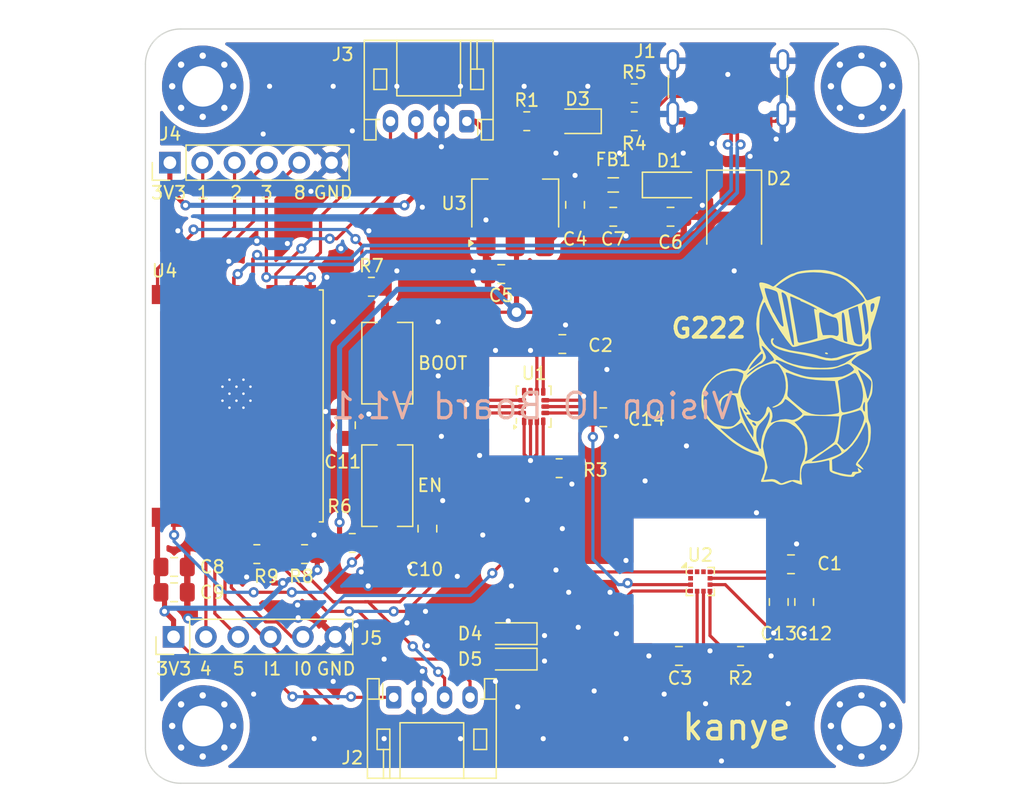
<source format=kicad_pcb>
(kicad_pcb (version 20241229) (generator "pcbnew") (generator_version "9.0")
  (layers (0 "F.Cu" signal) (4 "In1.Cu" signal) (6 "In2.Cu" signal) (2 "B.Cu" signal) (13 "F.Paste" user) (15 "B.Paste" user) (5 "F.SilkS" user "F.Silkscreen") (7 "B.SilkS" user "B.Silkscreen") (1 "F.Mask" user) (3 "B.Mask" user) (25 "Edge.Cuts" user))
  (net 0 "")
  (net 1 "GND")
  (net 2 "+3V3")
  (net 3 "Net-(U2-C1)")
  (net 4 "Net-(D1-K)")
  (net 5 "Net-(D3-A)")
  (net 6 "SCL")
  (net 12 "+5V")
  (net 13 "EN")
  (net 14 "Net-(C11-Pad2)")
  (net 15 "USB_D-")
  (net 16 "Net-(J1-CC2)")
  (net 17 "Net-(J1-CC1)")
  (net 18 "USB_D+")
  (net 21 "RX0")
  (net 22 "TX0")
  (net 23 "IO2")
  (net 24 "IO1")
  (net 25 "IO3")
  (net 26 "IO4")
  (net 27 "IO5")
  (net 28 "INT_MAG")
  (net 29 "INT_IMU")
  (net 30 "BOOT")
  (net 31 "Net-(R7-Pad2)")
  (net 32 "IO8")
  (net 33 "SDA")
  (footprint "Resistor_SMD:R_0805_2012Metric_Pad1.20x1.40mm_HandSolder" (layer "F.Cu") (at 127.75 80 180)
    (property "Reference" "R8")
    (property "Value" "2.2kR")
  )
  (footprint "Capacitor_SMD:C_0805_2012Metric_Pad1.18x1.45mm_HandSolder" (layer "F.Cu") (at 149 52.5625 90)
    (property "Reference" "C4")
    (property "Value" "10uF")
  )
  (footprint "Resistor_SMD:R_0805_2012Metric_Pad1.20x1.40mm_HandSolder" (layer "F.Cu") (at 153.65 43.8)
    (property "Reference" "R5")
    (property "Value" "5.1kR")
  )
  (footprint "LED_SMD:LED_0805_2012Metric_Pad1.15x1.40mm_HandSolder" (layer "F.Cu") (at 149.2 46 180)
    (property "Reference" "D3")
    (property "Value" "LED")
  )
  (footprint "Connector_JST:JST_PH_S4B-PH-K_1x04_P2.00mm_Horizontal" (layer "F.Cu") (at 140.5 46 180)
    (property "Reference" "J3")
    (property "Value" "JST_PH2.0_01x04")
  )
  (footprint "Capacitor_SMD:C_0805_2012Metric_Pad1.18x1.45mm_HandSolder" (layer "F.Cu") (at 131 69.875 -90)
    (property "Reference" "C11")
    (property "Value" "100nF")
  )
  (footprint "Capacitor_SMD:C_0805_2012Metric_Pad1.18x1.45mm_HandSolder" (layer "F.Cu") (at 151.2125 69.25 180)
    (property "Reference" "C14")
    (property "Value" "100nF")
  )
  (footprint "Resistor_SMD:R_0805_2012Metric_Pad1.20x1.40mm_HandSolder" (layer "F.Cu") (at 131.5 79.125)
    (property "Reference" "R6")
    (property "Value" "10kR")
  )
  (footprint "Package_TO_SOT_SMD:SOT-223-3_TabPin2" (layer "F.Cu") (at 144.3 52.45 90)
    (property "Reference" "U3")
    (property "Value" "AMS1117-3.3")
  )
  (footprint "Graphics:Sunglasses_Squirtle" (layer "F.Cu") (at 166.5 66)
    (property "Reference" "G222")
    (property "Value" "LOGO" (hide yes))
  )
  (footprint "Package_LGA:LGA-14_3x2.5mm_P0.5mm_LayoutBorder3x4y" (layer "F.Cu") (at 145.75 68.4125 90)
    (property "Reference" "U1")
    (property "Value" "LSM6DSL")
  )
  (footprint "Resistor_SMD:R_0805_2012Metric_Pad1.20x1.40mm_HandSolder" (layer "F.Cu") (at 145.205 45.995)
    (property "Reference" "R1")
    (property "Value" "270R")
  )
  (footprint "Button_Switch_SMD:SW_Tactile_SPST_NO_Straight_CK_PTS636Sx25SMTRLFS" (layer "F.Cu") (at 134.25 74.625 -90)
    (property "Reference" "EN")
    (property "Value" "SW_Push")
  )
  (footprint "Capacitor_SMD:C_0805_2012Metric_Pad1.18x1.45mm_HandSolder" (layer "F.Cu") (at 167 83.7625 90)
    (property "Reference" "C12")
    (property "Value" "10uF")
  )
  (footprint "Capacitor_SMD:C_0805_2012Metric_Pad1.18x1.45mm_HandSolder" (layer "F.Cu") (at 152 53.5 180)
    (property "Reference" "C7")
    (property "Value" "100nF")
  )
  (footprint "MountingHole:MountingHole_3.2mm_M3_Pad_Via" (layer "F.Cu") (at 119.75 43.25)
    (property "Reference" "REF**" (hide yes))
    (property "Value" "MountingHole_3.2mm_M3_Pad_Via")
  )
  (footprint "Button_Switch_SMD:SW_Tactile_SPST_NO_Straight_CK_PTS636Sx25SMTRLFS" (layer "F.Cu") (at 134.25 65 90)
    (property "Reference" "BOOT")
    (property "Value" "SW_Push")
  )
  (footprint "MountingHole:MountingHole_3.2mm_M3_Pad_Via" (layer "F.Cu") (at 119.75 93.5)
    (property "Reference" "REF**" (hide yes))
    (property "Value" "MountingHole_3.2mm_M3_Pad_Via")
  )
  (footprint "Resistor_SMD:R_0805_2012Metric_Pad1.20x1.40mm_HandSolder" (layer "F.Cu") (at 133 59)
    (property "Reference" "R7")
    (property "Value" "100R")
  )
  (footprint "Capacitor_SMD:C_0805_2012Metric_Pad1.18x1.45mm_HandSolder" (layer "F.Cu") (at 165 83.7625 90)
    (property "Reference" "C13")
    (property "Value" "100nF")
  )
  (footprint "Capacitor_SMD:C_0805_2012Metric_Pad1.18x1.45mm_HandSolder" (layer "F.Cu") (at 137.4 78 90)
    (property "Reference" "C10")
    (property "Value" "1uF")
  )
  (footprint "Connector_PinHeader_2.54mm:PinHeader_1x06_P2.54mm_Vertical" (layer "F.Cu") (at 117.46 86.5 90)
    (property "Reference" "J5")
    (property "Value" "GPIO1")
  )
  (footprint "Package_LGA:LGA-12_2x2mm_P0.5mm" (layer "F.Cu") (at 158.8375 82.15)
    (property "Reference" "U2")
    (property "Value" "LIS2MDL")
  )
  (footprint "Diode_SMD:D_SOD-123F" (layer "F.Cu") (at 156.5 51)
    (property "Reference" "D1")
    (property "Value" "D_Schottky")
  )
  (footprint "Resistor_SMD:R_0805_2012Metric_Pad1.20x1.40mm_HandSolder" (layer "F.Cu") (at 153.65 46)
    (property "Reference" "R4")
    (property "Value" "5.1kR")
  )
  (footprint "Capacitor_SMD:C_0805_2012Metric_Pad1.18x1.45mm_HandSolder" (layer "F.Cu") (at 117.5 83 180)
    (property "Reference" "C9")
    (property "Value" "22uF")
  )
  (footprint "Diode_SMD:D_SOD-323_HandSoldering" (layer "F.Cu") (at 144 88.25 180)
    (property "Reference" "D5")
    (property "Value" "D_TVS")
  )
  (footprint "Capacitor_SMD:C_0805_2012Metric_Pad1.18x1.45mm_HandSolder" (layer "F.Cu") (at 143.2 58 180)
    (property "Reference" "C5")
    (property "Value" "22uF")
  )
  (footprint "RF_Module:ESP32-C3-WROOM-02" (layer "F.Cu") (at 122.2 68.36 90)
    (property "Reference" "U4")
    (property "Value" "ESP32-C3-WROOM-02")
  )
  (footprint "Diode_SMD:D_SMB" (layer "F.Cu") (at 161.5 53.5 -90)
    (property "Reference" "D2")
    (property "Value" "D_TVS")
  )
  (footprint "Connector_JST:JST_PH_S4B-PH-K_1x04_P2.00mm_Horizontal" (layer "F.Cu") (at 134.75 91.25)
    (property "Reference" "J2")
    (property "Value" "JST_PH2.0_01x04")
  )
  (footprint "Inductor_SMD:L_0805_2012Metric_Pad1.05x1.20mm_HandSolder" (layer "F.Cu") (at 152 51 180)
    (property "Reference" "FB1")
    (property "Value" "FerriteBead_Small")
  )
  (footprint "Capacitor_SMD:C_0805_2012Metric_Pad1.18x1.45mm_HandSolder" (layer "F.Cu") (at 156.5 53.5)
    (property "Reference" "C6")
    (property "Value" "100nF")
  )
  (footprint "Capacitor_SMD:C_0805_2012Metric_Pad1.18x1.45mm_HandSolder" (layer "F.Cu") (at 117.5 81.01 180)
    (property "Reference" "C8")
    (property "Value" "100nF")
  )
  (footprint "Resistor_SMD:R_0805_2012Metric_Pad1.20x1.40mm_HandSolder" (layer "F.Cu") (at 124 80)
    (property "Reference" "R9")
    (property "Value" "2.2kR")
  )
  (footprint "Capacitor_SMD:C_0805_2012Metric_Pad1.18x1.45mm_HandSolder" (layer "F.Cu") (at 165.9625 80.8)
    (property "Reference" "C1")
    (property "Value" "100nF")
  )
  (footprint "Connector_PinHeader_2.54mm:PinHeader_1x06_P2.54mm_Vertical" (layer "F.Cu") (at 117.17 49.25 90)
    (property "Reference" "J4")
    (property "Value" "GPIO0")
  )
  (footprint "Capacitor_SMD:C_0805_2012Metric_Pad1.18x1.45mm_HandSolder" (layer "F.Cu") (at 157.1625 88)
    (property "Reference" "C3")
    (property "Value" "220nF")
  )
  (footprint "Capacitor_SMD:C_0805_2012Metric_Pad1.18x1.45mm_HandSolder" (layer "F.Cu") (at 148 63.5 180)
    (property "Reference" "C2")
    (property "Value" "100nF")
  )
  (footprint "Resistor_SMD:R_0805_2012Metric_Pad1.20x1.40mm_HandSolder" (layer "F.Cu") (at 162 88)
    (property "Reference" "R2")
    (property "Value" "10kR")
  )
  (footprint "Resistor_SMD:R_0805_2012Metric_Pad1.20x1.40mm_HandSolder" (layer "F.Cu") (at 147.75 73.25)
    (property "Reference" "R3")
    (property "Value" "10kR")
  )
  (footprint "MountingHole:MountingHole_3.2mm_M3_Pad_Via" (layer "F.Cu") (at 171.5 43.25)
    (property "Reference" "REF**" (hide yes))
    (property "Value" "MountingHole_3.2mm_M3_Pad_Via")
  )
  (footprint "Diode_SMD:D_SOD-323_HandSoldering" (layer "F.Cu") (at 144 86.25 180)
    (property "Reference" "D4")
    (property "Value" "D_TVS")
  )
  (footprint "MountingHole:MountingHole_3.2mm_M3_Pad_Via" (layer "F.Cu") (at 171.5 93.5)
    (property "Reference" "REF**" (hide yes))
    (property "Value" "MountingHole_3.2mm_M3_Pad_Via")
  )
  (footprint "Connector_USB:USB_C_Receptacle_GCT_USB4105-xx-A_16P_TopMnt_Horizontal" (layer "F.Cu") (at 161 42.32 180)
    (property "Reference" "J1")
    (property "Value" "USB_C_Receptacle_USB2.0_16P")
  )
  (gr_arc (start 173.25 38.75) (mid 175.194544 39.555456) (end 176 41.5) (stroke (width 0.1)) (layer "Edge.Cuts"))
  (gr_arc (start 176 95.25) (mid 175.194544 97.194544) (end 173.25 98) (stroke (width 0.1)) (layer "Edge.Cuts"))
  (gr_line (start 118 38.75) (end 173.25 38.75) (stroke (width 0.1)) (layer "Edge.Cuts"))
  (gr_line (start 115.25 95.25) (end 115.25 41.5) (stroke (width 0.1)) (layer "Edge.Cuts"))
  (gr_arc (start 115.25 41.5) (mid 116.055456 39.555456) (end 118 38.75) (stroke (width 0.1)) (layer "Edge.Cuts"))
  (gr_line (start 173.25 98) (end 118 98) (stroke (width 0.1)) (layer "Edge.Cuts"))
  (gr_line (start 176 41.5) (end 176 95.25) (stroke (width 0.1)) (layer "Edge.Cuts"))
  (gr_arc (start 118 98) (mid 116.055456 97.194544) (end 115.25 95.25) (stroke (width 0.1)) (layer "Edge.Cuts"))
  (gr_text "1" (at 119.2 52.2 0) (layer "F.SilkS") (effects (font (size 1 1)) (justify left bottom)))
  (gr_text "3V3" (at 115.6 52.2 0) (layer "F.SilkS") (effects (font (size 1 1)) (justify left bottom)))
  (gr_text "5" (at 122 89.6 0) (layer "F.SilkS") (effects (font (size 1 1)) (justify left bottom)))
  (gr_text "I1" (at 124.4 89.6 0) (layer "F.SilkS") (effects (font (size 1 1)) (justify left bottom)))
  (gr_text "8" (at 126.8 52.2 0) (layer "F.SilkS") (effects (font (size 1 1)) (justify left bottom)))
  (gr_text "GND" (at 130 52.2 0) (layer "F.SilkS") (effects (font (size 1 1)) (justify bottom)))
  (gr_text "I0" (at 126.8 89.6 0) (layer "F.SilkS") (effects (font (size 1 1)) (justify left bottom)))
  (gr_text "3V3" (at 116 89.6 0) (layer "F.SilkS") (effects (font (size 1 1)) (justify left bottom)))
  (gr_text "kanye" (at 157.25 94.75 0) (layer "F.SilkS") (effects (font (size 2 2) (thickness 0.3)) (justify left bottom)))
  (gr_text "2" (at 121.8 52.2 0) (layer "F.SilkS") (effects (font (size 1 1)) (justify left bottom)))
  (gr_text "4\n" (at 119.4 89.6 0) (layer "F.SilkS") (effects (font (size 1 1)) (justify left bottom)))
  (gr_text "3" (at 124.2 52.2 0) (layer "F.SilkS") (effects (font (size 1 1)) (justify left bottom)))
  (gr_text "GND" (at 128.6 89.6 0) (layer "F.SilkS") (effects (font (size 1 1)) (justify left bottom)))
  (gr_text "Vision IO Board V1.1" (at 145.625 68.375 0) (layer "B.SilkS") (effects (font (size 2 2) (thickness 0.25)) (justify mirror)))
  (segment (start 131 68.8375) (end 132.6375 68.8375) (width 0.25) (layer "F.Cu") (net 1))
  (segment (start 149.0375 63.5) (end 149.0375 62.7875) (width 0.25) (layer "F.Cu") (net 1))
  (segment (start 167 79.8) (end 166.4 79.2) (width 0.25) (layer "F.Cu") (net 1))
  (segment (start 149.378486 68.4125) (end 149.676 68.114986) (width 0.25) (layer "F.Cu") (net 1))
  (segment (start 163 88) (end 164.4 88) (width 0.25) (layer "F.Cu") (net 1))
  (segment (start 157.255 46) (end 156.68 45.425) (width 0.25) (layer "F.Cu") (net 1))
  (segment (start 146.45 88.25) (end 146.6 88.4) (width 0.25) (layer "F.Cu") (net 1))
  (segment (start 157.8 46) (end 157.255 46) (width 0.25) (layer "F.Cu") (net 1))
  (segment (start 146.45 86.25) (end 146.6 86.4) (width 0.25) (layer "F.Cu") (net 1))
  (segment (start 167 80.8) (end 167 79.8) (width 0.25) (layer "F.Cu") (net 1))
  (segment (start 145.25 88.25) (end 146.45 88.25) (width 0.25) (layer "F.Cu") (net 1))
  (segment (start 146.6625 68.4125) (end 149.378486 68.4125) (width 0.25) (layer "F.Cu") (net 1))
  (segment (start 159.6 82.4) (end 160.8 82.4) (width 0.25) (layer "F.Cu") (net 1))
  (segment (start 164.2 46) (end 164.2 46.8) (width 0.25) (layer "F.Cu") (net 1))
  (segment (start 145.25 86.25) (end 146.45 86.25) (width 0.25) (layer "F.Cu") (net 1))
  (segment (start 146 72.15) (end 145.5 72.65) (width 0.25) (layer "F.Cu") (net 1))
  (segment (start 149.5885 67.9125) (end 146.6625 67.9125) (width 0.25) (layer "F.Cu") (net 1))
  (segment (start 164.2 46) (end 164.745 46) (width 0.25) (layer "F.Cu") (net 1))
  (segment (start 160.8 82.4) (end 164.6 86.2) (width 0.25) (layer "F.Cu") (net 1))
  (segment (start 128.2 78.2) (end 128.5 78.5) (width 0.25) (layer "F.Cu") (net 1))
  (segment (start 146 69.575) (end 146 72.15) (width 0.25) (layer "F.Cu") (net 1))
  (segment (start 149.676 68.114986) (end 149.676 67.6) (width 0.25) (layer "F.Cu") (net 1))
  (segment (start 156.125 88) (end 154.8 88) (width 0.25) (layer "F.Cu") (net 1))
  (segment (start 134.25 68.875) (end 132.925 68.875) (width 0.25) (layer "F.Cu") (net 1))
  (segment (start 132.6375 68.8375) (end 132.8 69) (width 0.25) (layer "F.Cu") (net 1))
  (segment (start 118.5375 83) (end 118.5375 84.9875) (width 0.25) (layer "F.Cu") (net 1))
  (segment (start 149.0375 62.7875) (end 148.25 62) (width 0.25) (layer "F.Cu") (net 1))
  (segment (start 149.676 67.6) (end 149.676 67.825) (width 0.25) (layer "F.Cu") (net 1))
  (segment (start 164.2 46.8) (end 164.8 47.4) (width 0.25) (layer "F.Cu") (net 1))
  (segment (start 159.0875 87.0875) (end 159.6 87.6) (width 0.25) (layer "F.Cu") (net 1))
  (segment (start 128.2 77.11) (end 128.2 78.2) (width 0.25) (layer "F.Cu") (net 1))
  (segment (start 132.925 68.875) (end 132.8 69) (width 0.25) (layer "F.Cu") (net 1))
  (segment (start 145.5 72.65) (end 145.5 69.575) (width 0.25) (layer "F.Cu") (net 1))
  (segment (start 164.745 46) (end 165.32 45.425) (width 0.25) (layer "F.Cu") (net 1))
  (segment (start 145 69.575) (end 145 72.15) (width 0.25) (layer "F.Cu") (net 1))
  (segment (start 145 72.15) (end 145.5 72.65) (width 0.25) (layer "F.Cu") (net 1))
  (segment (start 146 67.25) (end 146 64.5) (width 0.25) (layer "F.Cu") (net 1))
  (segment (start 149.676 67.825) (end 149.5885 67.9125) (width 0.25) (layer "F.Cu") (net 1))
  (segment (start 159.0875 82.9125) (end 159.0875 87.0875) (width 0.25) (layer "F.Cu") (net 1))
  (segment (start 146 64.5) (end 145.5 64) (width 0.25) (layer "F.Cu") (net 1))
  (segment (start 118.5375 84.9875) (end 118.6 85.05) (width 0.25) (layer "F.Cu") (net 1))
  (via (at 138.6 75.8) (size 0.8) (drill 0.4) (layers "F.Cu" "B.Cu") (net 1))
  (via (at 121.8 57) (size 0.8) (drill 0.4) (layers "F.Cu" "B.Cu") (net 1))
  (via (at 159.25 91.75) (size 0.8) (drill 0.4) (layers "F.Cu" "B.Cu") (net 1))
  (via (at 150 43.25) (size 0.8) (drill 0.4) (layers "F.Cu" "B.Cu") (net 1))
  (via (at 160.5 96.25) (size 0.8) (drill 0.4) (layers "F.Cu" "B.Cu") (net 1))
  (via (at 163.25 76.75) (size 0.8) (drill 0.4) (layers "F.Cu" "B.Cu") (net 1))
  (via (at 149.25 85.75) (size 0.8) (drill 0.4) (layers "F.Cu" "B.Cu") (net 1))
  (via (at 157.5 48.5) (size 0.8) (drill 0.4) (layers "F.Cu" "B.Cu") (net 1))
  (via (at 140.5 68.25) (size 0.8) (drill 0.4) (layers "F.Cu" "B.Cu") (net 1))
  (via (at 128.5 94.5) (size 0.8) (drill 0.4) (layers "F.Cu" "B.Cu") (net 1))
  (via (at 124 55.4) (size 0.8) (drill 0.4) (layers "F.Cu" "B.Cu") (net 1))
  (via (at 146.5 94.5) (size 0.8) (drill 0.4) (layers "F.Cu" "B.Cu") (net 1))
  (via (at 138.25 66) (size 0.8) (drill 0.4) (layers "F.Cu" "B.Cu") (net 1))
  (via (at 144.5 92) (size 0.8) (drill 0.4) (layers "F.Cu" "B.Cu") (net 1))
  (via (at 164.8 47.4) (size 0.8) (drill 0.4) (layers "F.Cu" "B.Cu") (net 1))
  (via (at 130.6 56) (size 0.8) (drill 0.4) (layers "F.Cu" "B.Cu") (net 1))
  (via (at 148.25 62) (size 0.8) (drill 0.4) (layers "F.Cu" "B.Cu") (net 1))
  (via (at 129.5 58.25) (size 0.8) (drill 0.4) (layers "F.Cu" "B.Cu") (net 1))
  (via (at 135 43.25) (size 0.8) (drill 0.4) (layers "F.Cu" "B.Cu") (net 1))
  (via (at 152.25 86.25) (size 0.8) (drill 0.4) (layers "F.Cu" "B.Cu") (net 1))
  (via (at 147.5 81.25) (size 0.8) (drill 0.4) (layers "F.Cu" "B.Cu") (net 1))
  (via (at 138.25 61.75) (size 0.8) (drill 0.4) (layers "F.Cu" "B.Cu") (net 1))
  (via (at 147.5 48.5) (size 0.8) (drill 0.4) (layers "F.Cu" "B.Cu") (net 1))
  (via (at 125 43.25) (size 0.8) (drill 0.4) (layers "F.Cu" "B.Cu") (net 1))
  (via (at 123.75 91) (size 0.8) (drill 0.4) (layers "F.Cu" "B.Cu") (net 1))
  (via (at 128.25 51.5) (size 0.8) (drill 0.4) (layers "F.Cu" "B.Cu") (net 1))
  (via (at 149 50.25) (size 0.8) (drill 0.4) (layers "F.Cu" "B.Cu") (net 1))
  (via (at 127.25 85) (size 0.8) (drill 0.4) (layers "F.Cu" "B.Cu") (net 1))
  (via (at 140 94.5) (size 0.8) (drill 0.4) (layers "F.Cu" "B.Cu") (net 1))
  (via (at 132.8 69) (size 0.8) (drill 0.4) (layers "F.Cu" "B.Cu") (net 1))
  (via (at 153 94.5) (size 0.8) (drill 0.4) (layers "F.Cu" "B.Cu") (net 1))
  (via (at 146.6 86.4) (size 0.8) (drill 0.4) (layers "F.Cu" "B.Cu") (net 1))
  (via (at 117.8 54.6) (size 0.8) (drill 0.4) (layers "F.Cu" "B.Cu") (net 1))
  (via (at 130 61.75) (size 0.8) (drill 0.4) (layers "F.Cu" "B.Cu") (net 1))
  (via (at 152.5 48.5) (size 0.8) (drill 0.4) (layers "F.Cu" "B.Cu") (net 1))
  (via (at 141.75 78.5) (size 0.8) (drill 0.4) (layers "F.Cu" "B.Cu") (net 1))
  (via (at 118.6 85.05) (size 0.8) (drill 0.4) (layers "F.Cu" "B.Cu") (net 1))
  (via (at 154.8 88) (size 0.8) (drill 0.4) (layers "F.Cu" "B.Cu") (net 1))
  (via (at 142.75 64) (size 0.8) (drill 0.4) (layers "F.Cu" "B.Cu") (net 1))
  (via (at 145.5 72.65) (size 0.8) (drill 0.4) (layers "F.Cu" "B.Cu") (net 1))
  (via (at 159.6 87.6) (size 0.8) (drill 0.4) (layers "F.Cu" "B.Cu") (net 1))
  (via (at 151.5 65.5) (size 0.8) (drill 0.4) (layers "F.Cu" "B.Cu") (net 1))
  (via (at 142.75 90) (size 0.8) (drill 0.4) (layers "F.Cu" "B.Cu") (net 1))
  (via (at 144 82.5) (size 0.8) (drill 0.4) (layers "F.Cu" "B.Cu") (net 1))
  (via (at 132.75 82.5) (size 0.8) (drill 0.4) (layers "F.Cu" "B.Cu") (net 1))
  (via (at 159.75 47.75) (size 0.8) (drill 0.4) (layers "F.Cu" "B.Cu") (net 1))
  (via (at 152.25 70.75) (size 0.8) (drill 0.4) (layers "F.Cu" "B.Cu") (net 1))
  (via (at 164.6 86.2) (size 0.8) (drill 0.4) (layers "F.Cu" "B.Cu") (net 1))
  (via (at 146.6 88.4) (size 0.8) (drill 0.4) (layers "F.Cu" "B.Cu") (net 1))
  (via (at 136 81) (size 0.8) (drill 0.4) (layers "F.Cu" "B.Cu") (net 1))
  (via (at 148.75 74.5) (size 0.8) (drill 0.4) (layers "F.Cu" "B.Cu") (net 1))
  (via (at 138.5 70.75) (size 0.8) (drill 0.4) (layers "F.Cu" "B.Cu") (net 1))
  (via (at 126.4 55.6) (size 0.8) (drill 0.4) (layers "F.Cu" "B.Cu") (net 1))
  (via (at 148 78) (size 0.8) (drill 0.4) (layers "F.Cu" "B.Cu") (net 1))
  (via (at 127.2 84) (size 0.8) (drill 0.4) (layers "F.Cu" "B.Cu") (net 1))
  (via (at 140 43.25) (size 0.8) (drill 0.4) (layers "F.Cu" "B.Cu") (net 1))
  (via (at 165.75 91.75) (size 0.8) (drill 0.4) (layers "F.Cu" "B.Cu") (net 1))
  (via (at 137.4 87.2) (size 0.8) (drill 0.4) (layers "F.Cu" "B.Cu") (net 1))
  (via (at 128.5 78.5) (size 0.8) (drill 0.4) (layers "F.Cu" "B.Cu") (net 1))
  (via (at 132.8 54.6) (size 0.8) (drill 0.4) (layers "F.Cu" "B.Cu") (net 1))
  (via (at 145.25 75.75) (size 0.8) (drill 0.4) (layers "F.Cu" "B.Cu") (net 1))
  (via (at 131.5 46.75) (size 0.8) (drill 0.4) (layers "F.Cu" "B.Cu") (net 1))
  (via (at 150.5 90.75) (size 0.8) (drill 0.4) (layers "F.Cu" "B.Cu") (net 1))
  (via (at 141 57.75) (size 0.8) (drill 0.4) (layers "F.Cu" "B.Cu") (net 1))
  (via (at 153 80.5) (size 0.8) (drill 0.4) (layers "F.Cu" "B.Cu") (net 1))
  (via (at 142 53.75) (size 0.8) (drill 0.4) (layers "F.Cu" "B.Cu") (net 1))
  (via (at 137 89.2) (size 0.8) (drill 0.4) (layers "F.Cu" "B.Cu") (net 1))
  (via (at 162.75 48.75) (size 0.8) (drill 0.4) (layers "F.Cu" "B.Cu") (net 1))
  (via (at 157.75 71.5) (size 0.8) (drill 0.4) (layers "F.Cu" "B.Cu") (net 1))
  (via (at 164.4 88) (size 0.8) (drill 0.4) (layers "F.Cu" "B.Cu") (net 1))
  (via (at 166.4 79.2) (size 0.8) (drill 0.4) (layers "F.Cu" "B.Cu") (net 1))
  (via (at 137 52.75) (size 0.8) (drill 0.4) (layers "F.Cu" "B.Cu") (net 1))
  (via (at 161 42.32) (size 0.8) (drill 0.4) (layers "F.Cu" "B.Cu") (net 1))
  (via (at 154.5 74.25) (size 0.8) (drill 0.4) (layers "F.Cu" "B.Cu") (net 1))
  (via (at 153 55) (size 0.8) (drill 0.4) (layers "F.Cu" "B.Cu") (net 1))
  (via (at 161.5 57.75) (size 0.8) (drill 0.4) (layers "F.Cu" "B.Cu") (net 1))
  (via (at 149.676 67.6) (size 0.8) (drill 0.4) (layers "F.Cu" "B.Cu") (net 1))
  (via (at 134 88.25) (size 0.8) (drill 0.4) (layers "F.Cu" "B.Cu") (net 1))
  (via (at 123.2 81.8) (size 0.8) (drill 0.4) (layers "F.Cu" "B.Cu") (net 1))
  (via (at 124.5 47) (size 0.8) (drill 0.4) (layers "F.Cu" "B.Cu") (net 1))
  (via (at 156 91) (size 0.8) (drill 0.4) (layers "F.Cu" "B.Cu") (net 1))
  (via (at 141.5 72.25) (size 0.8) (drill 0.4) (layers "F.Cu" "B.Cu") (net 1))
  (via (at 131.8 85.6) (size 0.8) (drill 0.4) (layers "F.Cu" "B.Cu") (net 1))
  (via (at 148.5 83) (size 0.8) (drill 0.4) (layers "F.Cu" "B.Cu") (net 1))
  (via (at 130 90) (size 0.8) (drill 0.4) (layers "F.Cu" "B.Cu") (net 1))
  (via (at 129.4 68.8) (size 0.8) (drill 0.4) (layers "F.Cu" "B.Cu") (net 1))
  (via (at 135.8 85.4) (size 0.8) (drill 0.4) (layers "F.Cu" "B.Cu") (net 1))
  (via (at 145 43.25) (size 0.8) (drill 0.4) (layers "F.Cu" "B.Cu") (net 1))
  (via (at 135 57.75) (size 0.8) (drill 0.4) (layers "F.Cu" "B.Cu") (net 1))
  (via (at 134 94.5) (size 0.8) (drill 0.4) (layers "F.Cu" "B.Cu") (net 1))
  (via (at 138.5 48) (size 0.8) (drill 0.4) (layers "F.Cu" "B.Cu") (net 1))
  (via (at 159 52.6) (size 0.8) (drill 0.4) (layers "F.Cu" "B.Cu") (net 1))
  (via (at 143.75 85.25) (size 0.8) (drill 0.4) (layers "F.Cu" "B.Cu") (net 1))
  (via (at 151.75 83) (size 0.8) (drill 0.4) (layers "F.Cu" "B.Cu") (net 1))
  (via (at 167 86.25) (size 0.8) (drill 0.4) (layers "F.Cu" "B.Cu") (net 1))
  (via (at 145.5 64) (size 0.8) (drill 0.4) (layers "F.Cu" "B.Cu") (net 1))
  (via (at 137.25 84.5) (size 0.8) (drill 0.4) (layers "F.Cu" "B.Cu") (net 1))
  (via (at 130 43.25) (size 0.8) (drill 0.4) (layers "F.Cu" "B.Cu") (net 1))
  (via (at 139.75 81.75) (size 0.8) (drill 0.4) (layers "F.Cu" "B.Cu") (net 1))
  (via (at 132.2 81.4) (size 0.8) (drill 0.4) (layers "F.Cu" "B.Cu") (net 1))
  (segment (start 168.2 81.525) (end 167 82.725) (width 0.25) (layer "F.Cu") (net 2))
  (segment (start 138.9 49.3) (end 144.3 49.3) (width 0.4) (layer "F.Cu") (net 2))
  (segment (start 150.402 62.802) (end 148.6 61) (width 0.25) (layer "F.Cu") (net 2))
  (segment (start 150.402 69.023) (end 150.402 62.802) (width 0.25) (layer "F.Cu") (net 2))
  (segment (start 144.3 55.6) (end 144.3 49.3) (width 0.25) (layer "F.Cu") (net 2))
  (segment (start 144.5 46.29) (end 144.205 45.995) (width 0.4) (layer "F.Cu") (net 2))
  (segment (start 130.5 77.5) (end 130.5 79.125) (width 0.4) (layer "F.Cu") (net 2))
  (segment (start 129.625 79.125) (end 128.75 80) (width 0.25) (layer "F.Cu") (net 2))
  (segment (start 116.75 83.2875) (end 116.4625 83) (width 0.4) (layer "F.Cu") (net 2))
  (segment (start 144.5 49.35) (end 141.15 46) (width 0.4) (layer "F.Cu") (net 2))
  (segment (start 146.9625 64) (end 146.5 64.4625) (width 0.25) (layer "F.Cu") (net 2))
  (segment (start 134.75 91.25) (end 131.45 91.25) (width 0.25) (layer "F.Cu") (net 2))
  (segment (start 142.8 61) (end 141 62.8) (width 0.25) (layer "F.Cu") (net 2))
  (segment (start 126.8 91.2) (end 125 89.4) (width 0.25) (layer "F.Cu") (net 2))
  (segment (start 148.6 61) (end 164.925 77.325) (width 0.25) (layer "F.Cu") (net 2))
  (segment (start 128.75 81.25) (end 128.75 80) (width 0.4) (layer "F.Cu") (net 2))
  (segment (start 144.4 55.75) (end 144.5 55.65) (width 0.4) (layer "F.Cu") (net 2))
  (segment (start 164.175 81.9) (end 165 82.725) (width 0.25) (layer "F.Cu") (net 2))
  (segment (start 144.4 61) (end 144.4 55.75) (width 0.4) (layer "F.Cu") (net 2))
  (segment (start 159.6 81.4) (end 164.325 81.4) (width 0.25) (layer "F.Cu") (net 2))
  (segment (start 164.925 77.325) (end 164.925 80.8) (width 0.25) (layer "F.Cu") (net 2))
  (segment (start 150.4 70.8) (end 150.4 69.475) (width 0.25) (layer "F.Cu") (net 2))
  (segment (start 158.075 82.4) (end 153.248673 82.4) (width 0.25) (layer "F.Cu") (net 2))
  (segment (start 117.46 86.5) (end 117.46 85.21) (width 0.4) (layer "F.Cu") (net 2))
  (segment (start 168.2 79.8) (end 168.2 81.525) (width 0.25) (layer "F.Cu") (net 2))
  (segment (start 146.3625 61) (end 146.9625 61.6) (width 0.25) (layer "F.Cu") (net 2))
  (segment (start 164.325 81.4) (end 164.925 80.8) (width 0.25) (layer "F.Cu") (net 2))
  (segment (start 144.4 61) (end 146.3625 61) (width 0.25) (layer "F.Cu") (net 2))
  (segment (start 144.4 61) (end 142.8 61) (width 0.25) (layer "F.Cu") (net 2))
  (segment (start 117.17 51.37) (end 118.4 52.6) (width 0.4) (layer "F.Cu") (net 2))
  (segment (start 142.1625 67.9125) (end 144.8375 67.9125) (width 0.25) (layer "F.Cu") (net 2))
  (segment (start 159.6 81.9) (end 164.175 81.9) (width 0.25) (layer "F.Cu") (net 2))
  (segment (start 120.36 89.4) (end 117.46 86.5) (width 0.25) (layer "F.Cu") (net 2))
  (segment (start 117.17 49.25) (end 117.17 51.37) (width 0.4) (layer "F.Cu") (net 2))
  (segment (start 125.275 82.275) (end 123 80) (width 0.4) (layer "F.Cu") (net 2))
  (segment (start 130.5 79.125) (end 129.625 79.125) (width 0.25) (layer "F.Cu") (net 2))
  (segment (start 116.2 77.11) (end 116.2 82.7375) (width 0.4) (layer "F.Cu") (net 2))
  (segment (start 141 66.75) (end 142.1625 67.9125) (width 0.25) (layer "F.Cu") (net 2))
  (segment (start 146.5 64.4625) (end 146.5 67.25) (width 0.25) (layer "F.Cu") (net 2))
  (segment (start 146.9625 61.6) (end 146.9625 64) (width 0.25) (layer "F.Cu") (net 2))
  (segment (start 135.6 52.6) (end 138.9 49.3) (width 0.4) (layer "F.Cu") (net 2))
  (segment (start 153.248673 82.4) (end 153.12699 82.278317) (width 0.25) (layer "F.Cu") (net 2))
  (segment (start 165.725 77.325) (end 168.2 79.8) (width 0.25) (layer "F.Cu") (net 2))
  (segment (start 144.4 61) (end 148.6 61) (width 0.25) (layer "F.Cu") (net 2))
  (segment (start 164.925 77.325) (end 165.725 77.325) (width 0.25) (layer "F.Cu") (net 2))
  (segment (start 117.46 85.21) (end 116.75 84.5) (width 0.4) (layer "F.Cu") (net 2))
  (segment (start 141 62.8) (end 141 66.75) (width 0.25) (layer "F.Cu") (net 2))
  (segment (start 165 82.725) (end 167 82.725) (width 0.25) (layer "F.Cu") (net 2))
  (segment (start 144.5 49.35) (end 144.5 46.29) (width 0.4) (layer "F.Cu") (net 2))
  (segment (start 116.75 84.5) (end 116.75 83.2875) (width 0.4) (layer "F.Cu") (net 2))
  (segment (start 125 89.4) (end 120.36 89.4) (width 0.25) (layer "F.Cu") (net 2))
  (segment (start 149.8375 68.9125) (end 150.175 69.25) (width 0.25) (layer "F.Cu") (net 2))
  (segment (start 116.2 82.7375) (end 116.4625 83) (width 0.4) (layer "F.Cu") (net 2))
  (segment (start 150.175 69.25) (end 150.402 69.023) (width 0.25) (layer "F.Cu") (net 2))
  (segment (start 131.45 91.25) (end 131.4 91.2) (width 0.25) (layer "F.Cu") (net 2))
  (segment (start 146.6625 68.9125) (end 149.8375 68.9125) (width 0.25) (layer "F.Cu") (net 2))
  (segment (start 126.042891 82.275) (end 125.275 82.275) (width 0.4) (layer "F.Cu") (net 2))
  (segment (start 141.15 46) (end 140.5 46) (width 0.4) (layer "F.Cu") (net 2))
  (segment (start 150.4 69.475) (end 150.175 69.25) (width 0.25) (layer "F.Cu") (net 2))
  (via (at 135.6 52.6) (size 0.8) (drill 0.4) (layers "F.Cu" "B.Cu") (net 2))
  (via (at 118.4 52.6) (size 0.8) (drill 0.4) (layers "F.Cu" "B.Cu") (net 2))
  (via (at 153.12699 82.278317) (size 0.8) (drill 0.4) (layers "F.Cu" "B.Cu") (net 2))
  (via (at 126.042891 82.275) (size 0.8) (drill 0.4) (layers "F.Cu" "B.Cu") (net 2))
  (via (at 128.75 81.25) (size 0.8) (drill 0.4) (layers "F.Cu" "B.Cu") (net 2))
  (via (at 116.75 84.5) (size 0.8) (drill 0.4) (layers "F.Cu" "B.Cu") (net 2))
  (via (at 144.4 61) (size 1.5) (drill 0.75) (layers "F.Cu" "B.Cu") (net 2))
  (via (at 150.4 70.8) (size 0.8) (drill 0.4) (layers "F.Cu" "B.Cu") (net 2))
  (via (at 130.5 77.5) (size 0.8) (drill 0.4) (layers "F.Cu" "B.Cu") (net 2))
  (via (at 126.8 91.2) (size 0.8) (drill 0.4) (layers "F.Cu" "B.Cu") (net 2))
  (via (at 131.4 91.2) (size 0.8) (drill 0.4) (layers "F.Cu" "B.Cu") (net 2))
  (segment (start 153.005307 82.4) (end 152.4 82.4) (width 0.25) (layer "B.Cu") (net 2))
  (segment (start 142.6 59.2) (end 135.05 59.2) (width 0.4) (layer "B.Cu") (net 2))
  (segment (start 153.12699 82.278317) (end 153.005307 82.4) (width 0.25) (layer "B.Cu") (net 2))
  (segment (start 124.75 83.75) (end 124.25 84.25) (width 0.4) (layer "B.Cu") (net 2))
  (segment (start 128.75 81) (end 128.75 81.25) (width 0.4) (layer "B.Cu") (net 2))
  (segment (start 128 82) (end 128.75 81.25) (width 0.4) (layer "B.Cu") (net 2))
  (segment (start 126.125 82.375) (end 126.5 82) (width 0.4) (layer "B.Cu") (net 2))
  (segment (start 126.125 82.357109) (end 126.042891 82.275) (width 0.25) (layer "B.Cu") (net 2))
  (segment (start 150.4 80.4) (end 150.4 70.8) (width 0.25) (layer "B.Cu") (net 2))
  (segment (start 116.75 84.25) (end 116.75 84.5) (width 0.4) (layer "B.Cu") (net 2))
  (segment (start 124.25 84.25) (end 116.75 84.25) (width 0.4) (layer "B.Cu") (net 2))
  (segment (start 135.05 59.2) (end 130.5 63.75) (width 0.4) (layer "B.Cu") (net 2))
  (segment (start 130.5 63.75) (end 130.5 77.5) (width 0.4) (layer "B.Cu") (net 2))
  (segment (start 152.4 82.4) (end 150.4 80.4) (width 0.25) (layer "B.Cu") (net 2))
  (segment (start 131.4 91.2) (end 126.8 91.2) (width 0.25) (layer "B.Cu") (net 2))
  (segment (start 118.4 52.6) (end 135.6 52.6) (width 0.4) (layer "B.Cu") (net 2))
  (segment (start 126.125 82.375) (end 126.125 82.357109) (width 0.25) (layer "B.Cu") (net 2))
  (segment (start 144.4 61) (end 142.6 59.2) (width 0.4) (layer "B.Cu") (net 2))
  (segment (start 126.5 82) (end 128 82) (width 0.4) (layer "B.Cu") (net 2))
  (segment (start 124.75 83.75) (end 126.125 82.375) (width 0.4) (layer "B.Cu") (net 2))
  (segment (start 158.5875 82.9125) (end 158.5875 87.85) (width 0.25) (layer "F.Cu") (net 3))
  (segment (start 158.5875 87.85) (end 158.4375 88) (width 0.25) (layer "F.Cu") (net 3))
  (segment (start 155.4625 53.5) (end 155.4625 51.3625) (width 0.4) (layer "F.Cu") (net 4))
  (segment (start 155.4625 51.3625) (end 155.1 51) (width 0.4) (layer "F.Cu") (net 4))
  (segment (start 153.15 51) (end 155.1 51) (width 0.4) (layer "F.Cu") (net 4))
  (segment (start 148.175 46) (end 146.21 46) (width 0.25) (layer "F.Cu") (net 5))
  (segment (start 146.21 46) (end 146.205 45.995) (width 0.25) (layer "F.Cu") (net 5))
  (segment (start 132.75 83.75) (end 132.5 83.75) (width 0.25) (layer "F.Cu") (net 6))
  (segment (start 142.0875 68.4125) (end 139.75 70.75) (width 0.25) (layer "F.Cu") (net 6))
  (segment (start 126.7 77.11) (end 126.7 79.95) (width 0.25) (layer "F.Cu") (net 6))
  (segment (start 126.7 79.95) (end 126.75 80) (width 0.25) (layer "F.Cu") (net 6))
  (segment (start 136.25 87.25) (end 135.25 86.25) (width 0.25) (layer "F.Cu") (net 6))
  (segment (start 138.25 89.25) (end 138.75 89.75) (width 0.25) (layer "F.Cu") (net 6))
  (segment (start 135.25 83.75) (end 132.5 83.75) (width 0.25) (layer "F.Cu") (net 6))
  (segment (start 132.5 83.75) (end 130 83.75) (width 0.25) (layer "F.Cu") (net 6))
  (segment (start 143.928486 86.25) (end 142.75 86.25) (width 0.25) (layer "F.Cu") (net 6))
  (segment (start 139.75 79.25) (end 135.25 83.75) (width 0.25) (layer "F.Cu") (net 6))
  (segment (start 158.075 81.4) (end 148.778486 81.4) (width 0.25) (layer "F.Cu") (net 6))
  (segment (start 139.75 70.75) (end 139.75 79.25) (width 0.25) (layer "F.Cu") (net 6))
  (segment (start 135.25 86.25) (end 132.75 83.75) (width 0.25) (layer "F.Cu") (net 6))
  (segment (start 148.778486 81.4) (end 143.928486 86.25) (width 0.25) (layer "F.Cu") (net 6))
  (segment (start 138.75 89.75) (end 138.75 91.25) (width 0.25) (layer "F.Cu") (net 6))
  (segment (start 144.8375 68.4125) (end 142.0875 68.4125) (width 0.25) (layer "F.Cu") (net 6))
  (segment (start 130 83.75) (end 126.75 80.5) (width 0.25) (layer "F.Cu") (net 6))
  (segment (start 126.75 80.5) (end 126.75 80) (width 0.25) (layer "F.Cu") (net 6))
  (segment (start 142.75 86.25) (end 135.25 86.25) (width 0.25) (layer "F.Cu") (net 6))
  (via (at 136.25 87.25) (size 0.8) (drill 0.4) (layers "F.Cu" "B.Cu") (net 6))
  (via (at 138.25 89.25) (size 0.8) (drill 0.4) (layers "F.Cu" "B.Cu") (net 6))
  (segment (start 136.25 87.25) (end 138.25 89.25) (width 0.25) (layer "B.Cu") (net 6))
  (segment (start 163.4 46) (end 163.5 46.1) (width 0.35) (layer "F.Cu") (net 12))
  (segment (start 163.15 51.35) (end 161.5 51.35) (width 0.25) (layer "F.Cu") (net 12))
  (segment (start 158.6 48.4) (end 160.7 50.5) (width 0.35) (layer "F.Cu") (net 12))
  (segment (start 158.6 46) (end 158.6 48.4) (width 0.35) (layer "F.Cu") (net 12))
  (segment (start 148.95 53.5) (end 146.8 55.65) (width 0.4) (layer "F.Cu") (net 12))
  (segment (start 161.5 51.35) (end 158.25 51.35) (width 0.35) (layer "F.Cu") (net 12))
  (segment (start 164 47.5) (end 164 50.5) (width 0.25) (layer "F.Cu") (net 12))
  (segment (start 162.3 50.5) (end 161.5 50.5) (width 0.35) (layer "F.Cu") (net 12))
  (segment (start 160.7 50.5) (end 161.5 50.5) (width 0.35) (layer "F.Cu") (net 12))
  (segment (start 150.9625 53.5) (end 148.95 53.5) (width 0.4) (layer "F.Cu") (net 12))
  (segment (start 163.4 46.9) (end 164 47.5) (width 0.25) (layer "F.Cu") (net 12))
  (segment (start 163.4 46) (end 163.4 46.9) (width 0.25) (layer "F.Cu") (net 12))
  (segment (start 150.85 51) (end 150.85 53.3875) (width 0.4) (layer "F.Cu") (net 12))
  (segment (start 161.5 50.5) (end 161.5 51.35) (width 0.35) (layer "F.Cu") (net 12))
  (segment (start 152.35 49.5) (end 156.4 49.5) (width 0.4) (layer "F.Cu") (net 12))
  (segment (start 158.25 51.35) (end 157.9 51) (width 0.35) (layer "F.Cu") (net 12))
  (segment (start 156.4 49.5) (end 157.9 51) (width 0.4) (layer "F.Cu") (net 12))
  (segment (start 150.85 51) (end 152.35 49.5) (width 0.4) (layer "F.Cu") (net 12))
  (segment (start 164 50.5) (end 163.15 51.35) (width 0.25) (layer "F.Cu") (net 12))
  (segment (start 150.85 53.3875) (end 150.9625 53.5) (width 0.4) (layer "F.Cu") (net 12))
  (segment (start 135.3375 78.5) (end 135.875 79.0375) (width 0.25) (layer "F.Cu") (net 13))
  (segment (start 117.5 78.5) (end 117.5 77.31) (width 0.25) (layer "F.Cu") (net 13))
  (segment (start 135.875 79.0375) (end 137.4 79.0375) (width 0.25) (layer "F.Cu") (net 13))
  (segment (start 126.75 83) (end 123.75 83) (width 0.25) (layer "F.Cu") (net 13))
  (segment (start 117.5 77.31) (end 117.7 77.11) (width 0.25) (layer "F.Cu") (net 13))
  (segment (start 134.25 78.5) (end 135.3375 78.5) (width 0.25) (layer "F.Cu") (net 13))
  (segment (start 131.475 80.65) (end 133.625 78.5) (width 0.25) (layer "F.Cu") (net 13))
  (segment (start 133.625 78.5) (end 134.25 78.5) (width 0.25) (layer "F.Cu") (net 13))
  (via (at 131.475 80.65) (size 0.8) (drill 0.4) (layers "F.Cu" "B.Cu") (net 13))
  (via (at 126.75 83) (size 0.8) (drill 0.4) (layers "F.Cu" "B.Cu") (net 13))
  (via (at 123.75 83) (size 0.8) (drill 0.4) (layers "F.Cu" "B.Cu") (net 13))
  (via (at 117.5 78.5) (size 0.8) (drill 0.4) (layers "F.Cu" "B.Cu") (net 13))
  (segment (start 121.5 83) (end 123.75 83) (width 0.25) (layer "B.Cu") (net 13))
  (segment (start 117.5 79) (end 121.5 83) (width 0.25) (layer "B.Cu") (net 13))
  (segment (start 131.475 80.65) (end 129.125 83) (width 0.25) (layer "B.Cu") (net 13))
  (segment (start 117.5 78.5) (end 117.5 79) (width 0.25) (layer "B.Cu") (net 13))
  (segment (start 129.125 83) (end 126.75 83) (width 0.25) (layer "B.Cu") (net 13))
  (segment (start 134.25 70.75) (end 131.1625 70.75) (width 0.25) (layer "F.Cu") (net 14))
  (segment (start 131.1625 70.75) (end 131 70.9125) (width 0.25) (layer "F.Cu") (net 14))
  (segment (start 161.50022 45.082) (end 161.75 45.33178) (width 0.284) (layer "F.Cu") (net 15))
  (segment (start 122.2 59.61) (end 122.2 58.3) (width 0.284) (layer "F.Cu") (net 15))
  (segment (start 160.75 46) (end 160.75 45.33178) (width 0.284) (layer "F.Cu") (net 15))
  (segment (start 161.75 46) (end 161.75 46.862501) (width 0.284) (layer "F.Cu") (net 15))
  (segment (start 161.75 45.33178) (end 161.75 46) (width 0.284) (layer "F.Cu") (net 15))
  (segment (start 160.99978 45.082) (end 161.50022 45.082) (width 0.284) (layer "F.Cu") (net 15))
  (segment (start 160.75 45.33178) (end 160.99978 45.082) (width 0.284) (layer "F.Cu") (net 15))
  (segment (start 161.75 46.862501) (end 161.742 46.870501) (width 0.284) (layer "F.Cu") (net 15))
  (segment (start 122.2 58.3) (end 122.5 58) (width 0.284) (layer "F.Cu") (net 15))
  (segment (start 161.742 47.567837) (end 162 47.825837) (width 0.284) (layer "F.Cu") (net 15))
  (segment (start 161.742 46.870501) (end 161.742 47.567837) (width 0.284) (layer "F.Cu") (net 15))
  (via (at 122.5 58) (size 0.8) (drill 0.4) (layers "F.Cu" "B.Cu") (net 15))
  (via (at 162 47.825837) (size 0.8) (drill 0.4) (layers "F.Cu" "B.Cu") (net 15))
  (segment (start 132.60024 56.242) (end 131.60024 57.242) (width 0.284) (layer "B.Cu") (net 15))
  (segment (start 131.60024 57.242) (end 124.5 57.242) (width 0.284) (layer "B.Cu") (net 15))
  (segment (start 157.10024 56.242) (end 132.60024 56.242) (width 0.284) (layer "B.Cu") (net 15))
  (segment (start 161.742 51.60024) (end 157.10024 56.242) (width 0.284) (layer "B.Cu") (net 15))
  (segment (start 124.5 57.242) (end 123.258 57.242) (width 0.284) (layer "B.Cu") (net 15))
  (segment (start 161.742 48.083837) (end 161.742 51.60024) (width 0.284) (layer "B.Cu") (net 15))
  (segment (start 162 47.825837) (end 161.742 48.083837) (width 0.284) (layer "B.Cu") (net 15))
  (segment (start 123.258 57.242) (end 122.5 58) (width 0.284) (layer "B.Cu") (net 15))
  (segment (start 158.225364 44.049) (end 156.33786 44.049) (width 0.25) (layer "F.Cu") (net 16))
  (segment (start 159.25 45.073636) (end 158.225364 44.049) (width 0.25) (layer "F.Cu") (net 16))
  (segment (start 154.65 45.73686) (end 154.65 46) (width 0.25) (layer "F.Cu") (net 16))
  (segment (start 159.25 46) (end 159.25 45.073636) (width 0.25) (layer "F.Cu") (net 16))
  (segment (start 156.33786 44.049) (end 154.65 45.73686) (width 0.25) (layer "F.Cu") (net 16))
  (segment (start 162.25 46) (end 162.25 45.169928) (width 0.25) (layer "F.Cu") (net 17))
  (segment (start 162.25 45.169928) (end 160.678072 43.598) (width 0.25) (layer "F.Cu") (net 17))
  (segment (start 160.678072 43.598) (end 154.852 43.598) (width 0.25) (layer "F.Cu") (net 17))
  (segment (start 154.852 43.598) (end 154.65 43.8) (width 0.25) (layer "F.Cu") (net 17))
  (segment (start 160.25 46) (end 160.299 46) (width 0.2) (layer "F.Cu") (net 18))
  (segment (start 161.258 46.870501) (end 161.258 47.567837) (width 0.284) (layer "F.Cu") (net 18))
  (segment (start 124.025 56.5) (end 123.7 56.825) (width 0.284) (layer "F.Cu") (net 18))
  (segment (start 160.25 46.66822) (end 160.49978 46.918) (width 0.284) (layer "F.Cu") (net 18))
  (segment (start 161.25 46) (end 161.25 46.862501) (width 0.284) (layer "F.Cu") (net 18))
  (segment (start 161.25 46.862501) (end 161.258 46.870501) (width 0.284) (layer "F.Cu") (net 18))
  (segment (start 160.49978 46.918) (end 161.00022 46.918) (width 0.284) (layer "F.Cu") (net 18))
  (segment (start 123.7 56.825) (end 123.7 59.61) (width 0.284) (layer "F.Cu") (net 18))
  (segment (start 161.25 46.66822) (end 161.25 46) (width 0.284) (layer "F.Cu") (net 18))
  (segment (start 160.25 46) (end 160.25 46.66822) (width 0.284) (layer "F.Cu") (net 18))
  (segment (start 161.00022 46.918) (end 161.25 46.66822) (width 0.284) (layer "F.Cu") (net 18))
  (segment (start 161.258 47.567837) (end 161 47.825837) (width 0.284) (layer "F.Cu") (net 18))
  (via (at 124.025 56.5) (size 0.8) (drill 0.4) (layers "F.Cu" "B.Cu") (net 18))
  (via (at 161 47.825837) (size 0.8) (drill 0.4) (layers "F.Cu" "B.Cu") (net 18))
  (segment (start 161 47.825837) (end 161.258 48.083837) (width 0.284) (layer "B.Cu") (net 18))
  (segment (start 132.39976 55.758) (end 131.39976 56.758) (width 0.284) (layer "B.Cu") (net 18))
  (segment (start 124.5 56.758) (end 124 56.758) (width 0.284) (layer "B.Cu") (net 18))
  (segment (start 156.89976 55.758) (end 132.39976 55.758) (width 0.284) (layer "B.Cu") (net 18))
  (segment (start 124.283 56.758) (end 124.025 56.5) (width 0.284) (layer "B.Cu") (net 18))
  (segment (start 161.258 51.39976) (end 156.89976 55.758) (width 0.284) (layer "B.Cu") (net 18))
  (segment (start 161.258 48.083837) (end 161.258 51.39976) (width 0.284) (layer "B.Cu") (net 18))
  (segment (start 124.5 56.758) (end 124.283 56.758) (width 0.284) (layer "B.Cu") (net 18))
  (segment (start 131.39976 56.758) (end 124.5 56.758) (width 0.284) (layer "B.Cu") (net 18))
  (segment (start 129 56.31) (end 129 53.5) (width 0.25) (layer "F.Cu") (net 21))
  (segment (start 126.7 58.61) (end 129 56.31) (width 0.25) (layer "F.Cu") (net 21))
  (segment (start 129 53.5) (end 134.5 48) (width 0.25) (layer "F.Cu") (net 21))
  (segment (start 134.5 48) (end 134.5 46) (width 0.25) (layer "F.Cu") (net 21))
  (segment (start 126.7 59.61) (end 126.7 58.61) (width 0.25) (layer "F.Cu") (net 21))
  (segment (start 129.725 55.224999) (end 130.275001 55.224999) (width 0.25) (layer "F.Cu") (net 22))
  (segment (start 125.2 59.61) (end 125.5 59.31) (width 0.25) (layer "F.Cu") (net 22))
  (segment (start 130.275001 55.224999) (end 136.5 49) (width 0.25) (layer "F.Cu") (net 22))
  (segment (start 125.5 59.31) (end 125.5 58) (width 0.25) (layer "F.Cu") (net 22))
  (segment (start 125.5 58) (end 127.5 56) (width 0.25) (layer "F.Cu") (net 22))
  (segment (start 136.5 49) (end 136.5 46) (width 0.25) (layer "F.Cu") (net 22))
  (via (at 127.5 56) (size 0.8) (drill 0.4) (layers "F.Cu" "B.Cu") (net 22))
  (via (at 129.725 55.224999) (size 0.8) (drill 0.4) (layers "F.Cu" "B.Cu") (net 22))
  (segment (start 128.275001 55.224999) (end 129.725 55.224999) (width 0.25) (layer "B.Cu") (net 22))
  (segment (start 127.5 56) (end 128.275001 55.224999) (width 0.25) (layer "B.Cu") (net 22))
  (segment (start 122.25 54.3) (end 122.25 49.25) (width 0.25) (layer "F.Cu") (net 23))
  (segment (start 119.2 59.61) (end 119.2 57.35) (width 0.25) (layer "F.Cu") (net 23))
  (segment (start 119.2 57.35) (end 122.25 54.3) (width 0.25) (layer "F.Cu") (net 23))
  (segment (start 119.75 49.29) (end 119.71 49.25) (width 0.25) (layer "F.Cu") (net 24))
  (segment (start 119.75 56) (end 119.75 49.29) (width 0.25) (layer "F.Cu") (net 24))
  (segment (start 117.7 58.05) (end 119.75 56) (width 0.25) (layer "F.Cu") (net 24))
  (segment (start 117.7 59.61) (end 117.7 58.05) (width 0.25) (layer "F.Cu") (net 24))
  (segment (start 120.7 59.61) (end 120.7 56.9) (width 0.25) (layer "F.Cu") (net 25))
  (segment (start 123.75 50.29) (end 124.79 49.25) (width 0.25) (layer "F.Cu") (net 25))
  (segment (start 123.75 53.85) (end 123.75 50.29) (width 0.25) (layer "F.Cu") (net 25))
  (segment (start 120.7 56.9) (end 123.75 53.85) (width 0.25) (layer "F.Cu") (net 25))
  (segment (start 120 78.5) (end 120 86.5) (width 0.25) (layer "F.Cu") (net 26))
  (segment (start 119.2 77.11) (end 119.2 77.7) (width 0.25) (layer "F.Cu") (net 26))
  (segment (start 119.2 77.7) (end 120 78.5) (width 0.25) (layer "F.Cu") (net 26))
  (segment (start 120.7 84.66) (end 122.54 86.5) (width 0.25) (layer "F.Cu") (net 27))
  (segment (start 120.7 77.11) (end 120.7 84.66) (width 0.25) (layer "F.Cu") (net 27))
  (segment (start 122.2 77.11) (end 122.2 78.05) (width 0.25) (layer "F.Cu") (net 28))
  (segment (start 161 88) (end 161 91.6) (width 0.25) (layer "F.Cu") (net 28))
  (segment (start 159.6 86.4) (end 161 87.8) (width 0.25) (layer "F.Cu") (net 28))
  (segment (start 133.4 95.4) (end 123.7 85.7) (width 0.25) (layer "F.Cu") (net 28))
  (segment (start 121.5 83.5) (end 123.7 85.7) (width 0.25) (layer "F.Cu") (net 28))
  (segment (start 157.2 95.4) (end 133.4 95.4) (width 0.25) (layer "F.Cu") (net 28))
  (segment (start 124.5 86.5) (end 125.08 86.5) (width 0.25) (layer "F.Cu") (net 28))
  (segment (start 159.6 82.9) (end 159.6 86.4) (width 0.25) (layer "F.Cu") (net 28))
  (segment (start 122.2 78.05) (end 121.5 78.75) (width 0.25) (layer "F.Cu") (net 28))
  (segment (start 161 91.6) (end 157.2 95.4) (width 0.25) (layer "F.Cu") (net 28))
  (segment (start 121.5 78.75) (end 121.5 83.5) (width 0.25) (layer "F.Cu") (net 28))
  (segment (start 123.7 85.7) (end 124.5 86.5) (width 0.25) (layer "F.Cu") (net 28))
  (segment (start 161 87.8) (end 161 88) (width 0.25) (layer "F.Cu") (net 28))
  (segment (start 126.256 86.012884) (end 126.256884 86.012884) (width 0.25) (layer "F.Cu") (net 29))
  (segment (start 124.699 85.324) (end 125.567116 85.324) (width 0.25) (layer "F.Cu") (net 29))
  (segment (start 125.567116 85.324) (end 126.256 86.012884) (width 0.25) (layer "F.Cu") (net 29))
  (segment (start 122 82.625) (end 124.699 85.324) (width 0.25) (layer "F.Cu") (net 29))
  (segment (start 123.7 77.11) (end 123.7 77.55) (width 0.25) (layer "F.Cu") (net 29))
  (segment (start 126.256884 86.012884) (end 126.744 86.5) (width 0.25) (layer "F.Cu") (net 29))
  (segment (start 126.744 86.5) (end 127.62 86.5) (width 0.25) (layer "F.Cu") (net 29))
  (segment (start 122 79.25) (end 122 82.625) (width 0.25) (layer "F.Cu") (net 29))
  (segment (start 142.5 81.5) (end 146.5 77.5) (width 0.25) (layer "F.Cu") (net 29))
  (segment (start 146.5 77.5) (end 146.5 69.575) (width 0.25) (layer "F.Cu") (net 29))
  (segment (start 123.7 77.55) (end 122 79.25) (width 0.25) (layer "F.Cu") (net 29))
  (via (at 142.5 81.5) (size 0.8) (drill 0.4) (layers "F.Cu" "B.Cu") (net 29))
  (segment (start 127.62 86.5) (end 130.87 83.25) (width 0.25) (layer "B.Cu") (net 29))
  (segment (start 140.75 83.25) (end 142.5 81.5) (width 0.25) (layer "B.Cu") (net 29))
  (segment (start 130.87 83.25) (end 140.75 83.25) (width 0.25) (layer "B.Cu") (net 29))
  (segment (start 116.2 57.575) (end 116.2 59.61) (width 0.25) (layer "F.Cu") (net 30))
  (segment (start 131.75 55.25) (end 132.25 55.75) (width 0.25) (layer "F.Cu") (net 30))
  (segment (start 132.25 58.75) (end 132 59) (width 0.25) (layer "F.Cu") (net 30))
  (segment (start 119.025 54.5) (end 119.025 54.75) (width 0.25) (layer "F.Cu") (net 30))
  (segment (start 132.25 55.75) (end 132.25 58.75) (width 0.25) (layer "F.Cu") (net 30))
  (segment (start 119.025 54.75) (end 116.2 57.575) (width 0.25) (layer "F.Cu") (net 30))
  (via (at 131.75 55.25) (size 0.8) (drill 0.4) (layers "F.Cu" "B.Cu") (net 30))
  (via (at 119.025 54.5) (size 0.8) (drill 0.4) (layers "F.Cu" "B.Cu") (net 30))
  (segment (start 119.025001 54.499999) (end 130.999999 54.499999) (width 0.25) (layer "B.Cu") (net 30))
  (segment (start 119.025 54.5) (end 119.025001 54.499999) (width 0.25) (layer "B.Cu") (net 30))
  (segment (start 130.999999 54.499999) (end 131.75 55.25) (width 0.25) (layer "B.Cu") (net 30))
  (segment (start 134.25 59.25) (end 134 59) (width 0.25) (layer "F.Cu") (net 31))
  (segment (start 134.25 61.125) (end 134.25 59.25) (width 0.25) (layer "F.Cu") (net 31))
  (segment (start 124.75 58.25) (end 124.75 51.83) (width 0.25) (layer "F.Cu") (net 32))
  (segment (start 128.2 58.3) (end 128.25 58.25) (width 0.25) (layer "F.Cu") (net 32))
  (segment (start 128.2 59.61) (end 128.2 58.3) (width 0.25) (layer "F.Cu") (net 32))
  (segment (start 124.75 51.83) (end 127.33 49.25) (width 0.25) (layer "F.Cu") (net 32))
  (via (at 128.25 58.25) (size 0.8) (drill 0.4) (layers "F.Cu" "B.Cu") (net 32))
  (via (at 124.75 58.25) (size 0.8) (drill 0.4) (layers "F.Cu" "B.Cu") (net 32))
  (segment (start 128.25 58.25) (end 124.75 58.25) (width 0.25) (layer "B.Cu") (net 32))
  (segment (start 140.75 79.5) (end 135.75 84.5) (width 0.25) (layer "F.Cu") (net 33))
  (segment (start 139 88.25) (end 140.75 90) (width 0.25) (layer "F.Cu") (net 33))
  (segment (start 144.2 87.4) (end 143.35 88.25) (width 0.25) (layer "F.Cu") (net 33))
  (segment (start 135.75 88.25) (end 139 88.25) (width 0.25) (layer "F.Cu") (net 33))
  (segment (start 153.5 82.9) (end 148.976 87.424) (width 0.25) (layer "F.Cu") (net 33))
  (segment (start 144.224 87.424) (end 144.2 87.4) (width 0.25) (layer "F.Cu") (net 33))
  (segment (start 148.976 87.424) (end 144.224 87.424) (width 0.25) (layer "F.Cu") (net 33))
  (segment (start 135.75 84.5) (end 134.75 84.5) (width 0.25) (layer "F.Cu") (net 33))
  (segment (start 129.5 84.5) (end 131.25 84.5) (width 0.25) (layer "F.Cu") (net 33))
  (segment (start 125.2 79.8) (end 125 80) (width 0.25) (layer "F.Cu") (net 33))
  (segment (start 131.25 84.5) (end 132 84.5) (width 0.25) (layer "F.Cu") (net 33))
  (segment (start 125 80) (end 129.5 84.5) (width 0.25) (layer "F.Cu") (net 33))
  (segment (start 142.25 69) (end 140.75 70.5) (width 0.25) (layer "F.Cu") (net 33))
  (segment (start 140.75 70.5) (end 140.75 79.5) (width 0.25) (layer "F.Cu") (net 33))
  (segment (start 142.3375 68.9125) (end 142.25 69) (width 0.25) (layer "F.Cu") (net 33))
  (segment (start 144.8375 68.9125) (end 142.3375 68.9125) (width 0.25) (layer "F.Cu") (net 33))
  (segment (start 132 84.5) (end 135.75 88.25) (width 0.25) (layer "F.Cu") (net 33))
  (segment (start 143.35 88.25) (end 142.75 88.25) (width 0.25) (layer "F.Cu") (net 33))
  (segment (start 125.2 77.11) (end 125.2 79.8) (width 0.25) (layer "F.Cu") (net 33))
  (segment (start 140.75 90) (end 140.75 91.25) (width 0.25) (layer "F.Cu") (net 33))
  (segment (start 158.075 82.9) (end 153.5 82.9) (width 0.25) (layer "F.Cu") (net 33))
  (segment (start 139 88.25) (end 142.75 88.25) (width 0.25) (layer "F.Cu") (net 33))
  (via (at 134.75 84.5) (size 0.8) (drill 0.4) (layers "F.Cu" "B.Cu") (net 33))
  (via (at 131.25 84.5) (size 0.8) (drill 0.4) (layers "F.Cu" "B.Cu") (net 33))
  (segment (start 134.75 84.5) (end 131.25 84.5) (width 0.25) (layer "B.Cu") (net 33))
  (zone (net 0) (net_name "") (layers "F.Cu" "B.Cu") (connect_pads (clearance 0)) (min_thickness 0.25)
    (keepout (tracks allowed) (vias not_allowed) (pads allowed) (copperpour not_allowed) (footprints allowed))
    (fill (thermal_gap 0.5) (thermal_bridge_width 0.5))
    (polygon (pts (xy 142.25 64.5) (xy 149.25 64.5) (xy 149.25 72.25) (xy 142.25 72.25)))
  )
  (zone (net 1) (net_name "GND") (layers "F.Cu" "B.Cu" "In1.Cu" "In2.Cu") (connect_pads (clearance 0.5)) (min_thickness 0.25) (fill yes (thermal_gap 0.5) (thermal_bridge_width 0.5) (smoothing fillet) (radius 2.25))
    (polygon (pts (xy 174.95 39.8) (xy 174.95 96.8) (xy 116.4 96.8) (xy 116.4 39.8)))
  )
  (zone (net 0) (net_name "") (layers "F.Cu" "B.Cu" "F.Fab") (connect_pads (clearance 0)) (min_thickness 0.25)
    (keepout (tracks allowed) (vias not_allowed) (pads allowed) (copperpour not_allowed) (footprints allowed))
    (fill (thermal_gap 0.5) (thermal_bridge_width 0.5))
    (polygon (pts (xy 153.6 77.2) (xy 164 77.2) (xy 164 87) (xy 153.6 87)))
  )
)
</source>
